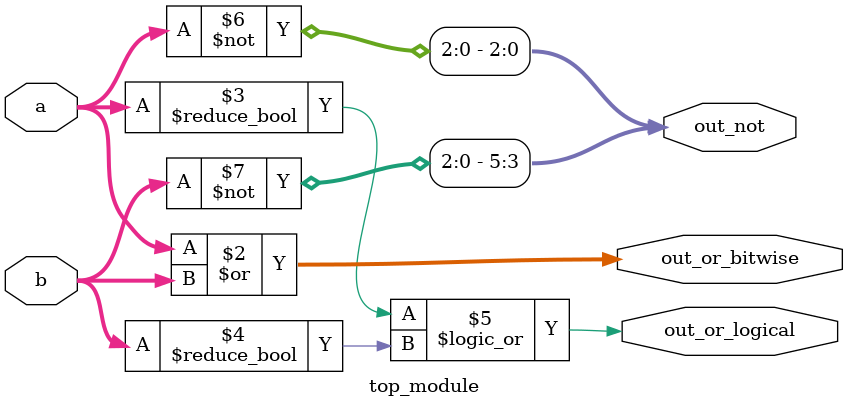
<source format=sv>
module top_module(
    input [2:0] a,
    input [2:0] b,
    output reg [2:0] out_or_bitwise,
    output reg out_or_logical,
    output reg [5:0] out_not
);

    always @(a, b)
    begin
        out_or_bitwise = a | b;
        out_or_logical = (a != 0) || (b != 0);
        out_not[2:0] = ~a;
        out_not[5:3] = ~b;
    end

endmodule

</source>
